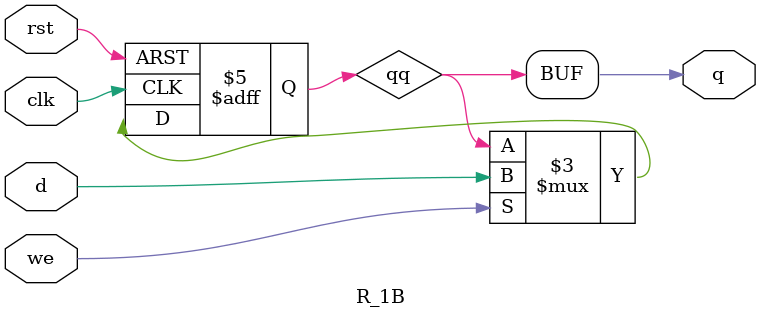
<source format=v>
`timescale 1ns / 1ps
module R_1B(
    input clk,
    input rst,
    input we,
    input d,
    output q
    );
	 reg qq;
	 assign q = qq;
	 always @(posedge clk or posedge rst) begin 
		if(rst) begin
			qq <= 0;
		end
		else if (we) begin 
			qq <= d;
		end
		else begin
			qq <= q;
		end
	 end
endmodule

</source>
